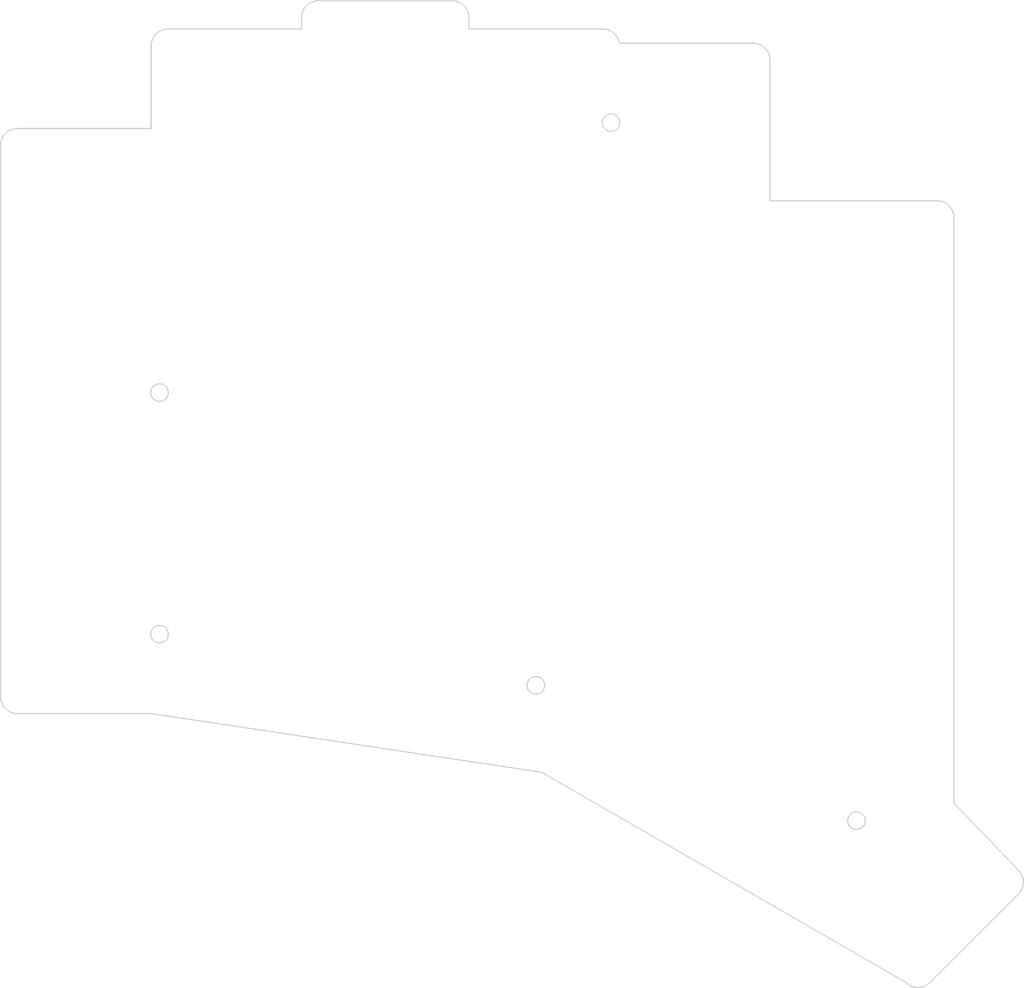
<source format=kicad_pcb>


(kicad_pcb (version 20171130) (host pcbnew 5.1.6)

  (page A3)
  (title_block
    (title "bottom_plate")
    (rev "0.3")
    (company "soundmonster")
  )

  (general
    (thickness 1.6)
  )

  (layers
    (0 F.Cu signal)
    (31 B.Cu signal)
    (32 B.Adhes user)
    (33 F.Adhes user)
    (34 B.Paste user)
    (35 F.Paste user)
    (36 B.SilkS user)
    (37 F.SilkS user)
    (38 B.Mask user)
    (39 F.Mask user)
    (40 Dwgs.User user)
    (41 Cmts.User user)
    (42 Eco1.User user)
    (43 Eco2.User user)
    (44 Edge.Cuts user)
    (45 Margin user)
    (46 B.CrtYd user)
    (47 F.CrtYd user)
    (48 B.Fab user)
    (49 F.Fab user)
  )

  (setup
    (last_trace_width 0.25)
    (trace_clearance 0.2)
    (zone_clearance 0.508)
    (zone_45_only no)
    (trace_min 0.2)
    (via_size 0.8)
    (via_drill 0.4)
    (via_min_size 0.4)
    (via_min_drill 0.3)
    (uvia_size 0.3)
    (uvia_drill 0.1)
    (uvias_allowed no)
    (uvia_min_size 0.2)
    (uvia_min_drill 0.1)
    (edge_width 0.05)
    (segment_width 0.2)
    (pcb_text_width 0.3)
    (pcb_text_size 1.5 1.5)
    (mod_edge_width 0.12)
    (mod_text_size 1 1)
    (mod_text_width 0.15)
    (pad_size 1.524 1.524)
    (pad_drill 0.762)
    (pad_to_mask_clearance 0.05)
    (aux_axis_origin 0 0)
    (visible_elements FFFFFF7F)
    (pcbplotparams
      (layerselection 0x010fc_ffffffff)
      (usegerberextensions false)
      (usegerberattributes true)
      (usegerberadvancedattributes true)
      (creategerberjobfile true)
      (excludeedgelayer true)
      (linewidth 0.100000)
      (plotframeref false)
      (viasonmask false)
      (mode 1)
      (useauxorigin false)
      (hpglpennumber 1)
      (hpglpenspeed 20)
      (hpglpendiameter 15.000000)
      (psnegative false)
      (psa4output false)
      (plotreference true)
      (plotvalue true)
      (plotinvisibletext false)
      (padsonsilk false)
      (subtractmaskfromsilk false)
      (outputformat 1)
      (mirror false)
      (drillshape 1)
      (scaleselection 1)
      (outputdirectory ""))
  )

  (net 0 "")

  (net_class Default "This is the default net class."
    (clearance 0.2)
    (trace_width 0.25)
    (via_dia 0.8)
    (via_drill 0.4)
    (uvia_dia 0.3)
    (uvia_drill 0.1)
    (add_net "")
  )

  
  (gr_line (start -8 9.5) (end 8 9.5) (angle 90) (layer Edge.Cuts) (width 0.15))
(gr_line (start -10 7.5) (end -10 -58.5) (angle 90) (layer Edge.Cuts) (width 0.15))
(gr_arc (start -8 7.5) (end -10 7.5) (angle -90) (layer Edge.Cuts) (width 0.15))
(gr_line (start 8 -60.5) (end -8 -60.5) (angle 90) (layer Edge.Cuts) (width 0.15))
(gr_arc (start -8 -58.5) (end -8 -60.5) (angle -90) (layer Edge.Cuts) (width 0.15))
(gr_line (start 26 -72.4) (end 10 -72.4) (angle 90) (layer Edge.Cuts) (width 0.15))
(gr_arc (start 10 -70.4) (end 10 -72.4) (angle -90) (layer Edge.Cuts) (width 0.15))
(gr_line (start 8 -70.4) (end 8 -60.5) (angle 90) (layer Edge.Cuts) (width 0.15))
(gr_line (start 46 -72.4) (end 46 -73.8) (angle 90) (layer Edge.Cuts) (width 0.15))
(gr_arc (start 44 -73.8) (end 46 -73.8) (angle -90) (layer Edge.Cuts) (width 0.15))
(gr_line (start 44 -75.8) (end 28 -75.8) (angle 90) (layer Edge.Cuts) (width 0.15))
(gr_arc (start 28 -73.8) (end 28 -75.8) (angle -90) (layer Edge.Cuts) (width 0.15))
(gr_line (start 26 -73.8) (end 26 -72.4) (angle 90) (layer Edge.Cuts) (width 0.15))
(gr_arc (start 62 -70.4) (end 63.9773914 -70.6998722) (angle -81.3767766127908) (layer Edge.Cuts) (width 0.15))
(gr_line (start 62 -72.4) (end 46 -72.4) (angle 90) (layer Edge.Cuts) (width 0.15))
(gr_line (start 82 -51.85) (end 82 -68.7) (angle 90) (layer Edge.Cuts) (width 0.15))
(gr_arc (start 80 -68.7) (end 82 -68.7) (angle -90) (layer Edge.Cuts) (width 0.15))
(gr_line (start 80 -70.7) (end 64 -70.7) (angle 90) (layer Edge.Cuts) (width 0.15))
(gr_arc (start 64 -68.7) (end 64 -70.7) (angle -0.6477024783535228) (layer Edge.Cuts) (width 0.15))
(gr_arc (start 99.7030442 40.2724513) (end 98.2888306 41.6866649) (angle -90) (layer Edge.Cuts) (width 0.15))
(gr_line (start 101.1172578 41.6866649) (end 111.7238595 31.080063199999998) (angle 90) (layer Edge.Cuts) (width 0.15))
(gr_arc (start 110.30964589999999 29.665849599999998) (end 111.72385949999999 31.080063199999998) (angle -90) (layer Edge.Cuts) (width 0.15))
(gr_line (start 104 20.208734042428105) (end 111.7238595 28.251635999999998) (angle 90) (layer Edge.Cuts) (width 0.15))
(gr_line (start 98.2888306 41.6866649) (end 54.707106800000005 16.5247449) (angle 90) (layer Edge.Cuts) (width 0.15))
(gr_line (start 54.707106800000005 16.5247449) (end 8 9.5) (angle 90) (layer Edge.Cuts) (width 0.15))
(gr_line (start 104 20.208734042428105) (end 104 -49.85) (angle 90) (layer Edge.Cuts) (width 0.15))
(gr_arc (start 102 -49.85) (end 104 -49.85) (angle -90) (layer Edge.Cuts) (width 0.15))
(gr_line (start 102 -51.85) (end 82 -51.85) (angle 90) (layer Edge.Cuts) (width 0.15))
(gr_circle (center 9 -28.9) (end 10.05 -28.9) (layer Edge.Cuts) (width 0.15))
(gr_circle (center 9 0) (end 10.05 0) (layer Edge.Cuts) (width 0.15))
(gr_circle (center 63 -61.2) (end 64.05 -61.2) (layer Edge.Cuts) (width 0.15))
(gr_circle (center 54 6.119999999999999) (end 55.05 6.119999999999999) (layer Edge.Cuts) (width 0.15))
(gr_circle (center 92.3491337 22.311939099999996) (end 93.3991337 22.311939099999996) (layer Edge.Cuts) (width 0.15))

)


</source>
